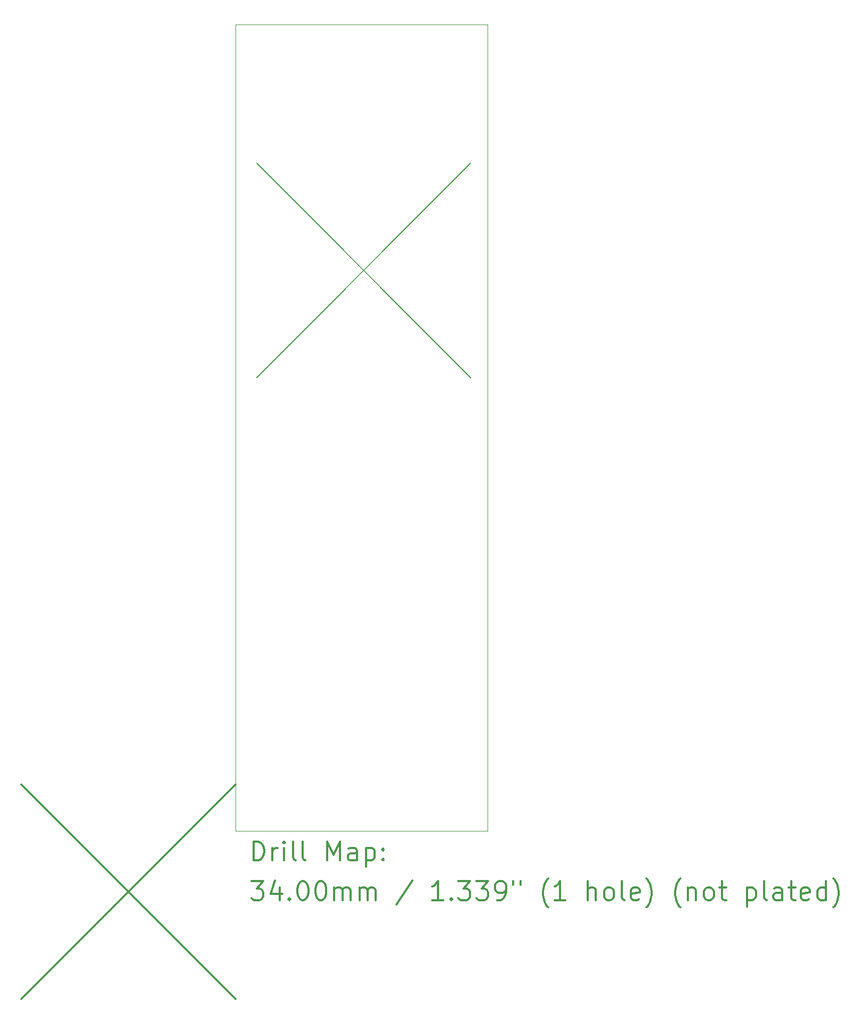
<source format=gbr>
%FSLAX45Y45*%
G04 Gerber Fmt 4.5, Leading zero omitted, Abs format (unit mm)*
G04 Created by KiCad (PCBNEW (5.1.9)-1) date 2021-04-11 23:26:44*
%MOMM*%
%LPD*%
G01*
G04 APERTURE LIST*
%TA.AperFunction,Profile*%
%ADD10C,0.050000*%
%TD*%
%ADD11C,0.200000*%
%ADD12C,0.300000*%
G04 APERTURE END LIST*
D10*
X14000000Y-3600000D02*
X14000000Y-16400000D01*
X10000000Y-3600000D02*
X14000000Y-3600000D01*
X14000000Y-16400000D02*
X10000000Y-16400000D01*
X10000000Y-16400000D02*
X10000000Y-3600000D01*
D11*
X10336000Y-5800000D02*
X13736000Y-9200000D01*
X13736000Y-5800000D02*
X10336000Y-9200000D01*
D12*
X10283928Y-16868214D02*
X10283928Y-16568214D01*
X10355357Y-16568214D01*
X10398214Y-16582500D01*
X10426786Y-16611071D01*
X10441071Y-16639643D01*
X10455357Y-16696786D01*
X10455357Y-16739643D01*
X10441071Y-16796786D01*
X10426786Y-16825357D01*
X10398214Y-16853929D01*
X10355357Y-16868214D01*
X10283928Y-16868214D01*
X10583928Y-16868214D02*
X10583928Y-16668214D01*
X10583928Y-16725357D02*
X10598214Y-16696786D01*
X10612500Y-16682500D01*
X10641071Y-16668214D01*
X10669643Y-16668214D01*
X10769643Y-16868214D02*
X10769643Y-16668214D01*
X10769643Y-16568214D02*
X10755357Y-16582500D01*
X10769643Y-16596786D01*
X10783928Y-16582500D01*
X10769643Y-16568214D01*
X10769643Y-16596786D01*
X10955357Y-16868214D02*
X10926786Y-16853929D01*
X10912500Y-16825357D01*
X10912500Y-16568214D01*
X11112500Y-16868214D02*
X11083928Y-16853929D01*
X11069643Y-16825357D01*
X11069643Y-16568214D01*
X11455357Y-16868214D02*
X11455357Y-16568214D01*
X11555357Y-16782500D01*
X11655357Y-16568214D01*
X11655357Y-16868214D01*
X11926786Y-16868214D02*
X11926786Y-16711071D01*
X11912500Y-16682500D01*
X11883928Y-16668214D01*
X11826786Y-16668214D01*
X11798214Y-16682500D01*
X11926786Y-16853929D02*
X11898214Y-16868214D01*
X11826786Y-16868214D01*
X11798214Y-16853929D01*
X11783928Y-16825357D01*
X11783928Y-16796786D01*
X11798214Y-16768214D01*
X11826786Y-16753929D01*
X11898214Y-16753929D01*
X11926786Y-16739643D01*
X12069643Y-16668214D02*
X12069643Y-16968214D01*
X12069643Y-16682500D02*
X12098214Y-16668214D01*
X12155357Y-16668214D01*
X12183928Y-16682500D01*
X12198214Y-16696786D01*
X12212500Y-16725357D01*
X12212500Y-16811072D01*
X12198214Y-16839643D01*
X12183928Y-16853929D01*
X12155357Y-16868214D01*
X12098214Y-16868214D01*
X12069643Y-16853929D01*
X12341071Y-16839643D02*
X12355357Y-16853929D01*
X12341071Y-16868214D01*
X12326786Y-16853929D01*
X12341071Y-16839643D01*
X12341071Y-16868214D01*
X12341071Y-16682500D02*
X12355357Y-16696786D01*
X12341071Y-16711071D01*
X12326786Y-16696786D01*
X12341071Y-16682500D01*
X12341071Y-16711071D01*
X6597500Y-15662500D02*
X9997500Y-19062500D01*
X9997500Y-15662500D02*
X6597500Y-19062500D01*
X10255357Y-17198214D02*
X10441071Y-17198214D01*
X10341071Y-17312500D01*
X10383928Y-17312500D01*
X10412500Y-17326786D01*
X10426786Y-17341072D01*
X10441071Y-17369643D01*
X10441071Y-17441072D01*
X10426786Y-17469643D01*
X10412500Y-17483929D01*
X10383928Y-17498214D01*
X10298214Y-17498214D01*
X10269643Y-17483929D01*
X10255357Y-17469643D01*
X10698214Y-17298214D02*
X10698214Y-17498214D01*
X10626786Y-17183929D02*
X10555357Y-17398214D01*
X10741071Y-17398214D01*
X10855357Y-17469643D02*
X10869643Y-17483929D01*
X10855357Y-17498214D01*
X10841071Y-17483929D01*
X10855357Y-17469643D01*
X10855357Y-17498214D01*
X11055357Y-17198214D02*
X11083928Y-17198214D01*
X11112500Y-17212500D01*
X11126786Y-17226786D01*
X11141071Y-17255357D01*
X11155357Y-17312500D01*
X11155357Y-17383929D01*
X11141071Y-17441072D01*
X11126786Y-17469643D01*
X11112500Y-17483929D01*
X11083928Y-17498214D01*
X11055357Y-17498214D01*
X11026786Y-17483929D01*
X11012500Y-17469643D01*
X10998214Y-17441072D01*
X10983928Y-17383929D01*
X10983928Y-17312500D01*
X10998214Y-17255357D01*
X11012500Y-17226786D01*
X11026786Y-17212500D01*
X11055357Y-17198214D01*
X11341071Y-17198214D02*
X11369643Y-17198214D01*
X11398214Y-17212500D01*
X11412500Y-17226786D01*
X11426786Y-17255357D01*
X11441071Y-17312500D01*
X11441071Y-17383929D01*
X11426786Y-17441072D01*
X11412500Y-17469643D01*
X11398214Y-17483929D01*
X11369643Y-17498214D01*
X11341071Y-17498214D01*
X11312500Y-17483929D01*
X11298214Y-17469643D01*
X11283928Y-17441072D01*
X11269643Y-17383929D01*
X11269643Y-17312500D01*
X11283928Y-17255357D01*
X11298214Y-17226786D01*
X11312500Y-17212500D01*
X11341071Y-17198214D01*
X11569643Y-17498214D02*
X11569643Y-17298214D01*
X11569643Y-17326786D02*
X11583928Y-17312500D01*
X11612500Y-17298214D01*
X11655357Y-17298214D01*
X11683928Y-17312500D01*
X11698214Y-17341072D01*
X11698214Y-17498214D01*
X11698214Y-17341072D02*
X11712500Y-17312500D01*
X11741071Y-17298214D01*
X11783928Y-17298214D01*
X11812500Y-17312500D01*
X11826786Y-17341072D01*
X11826786Y-17498214D01*
X11969643Y-17498214D02*
X11969643Y-17298214D01*
X11969643Y-17326786D02*
X11983928Y-17312500D01*
X12012500Y-17298214D01*
X12055357Y-17298214D01*
X12083928Y-17312500D01*
X12098214Y-17341072D01*
X12098214Y-17498214D01*
X12098214Y-17341072D02*
X12112500Y-17312500D01*
X12141071Y-17298214D01*
X12183928Y-17298214D01*
X12212500Y-17312500D01*
X12226786Y-17341072D01*
X12226786Y-17498214D01*
X12812500Y-17183929D02*
X12555357Y-17569643D01*
X13298214Y-17498214D02*
X13126786Y-17498214D01*
X13212500Y-17498214D02*
X13212500Y-17198214D01*
X13183928Y-17241072D01*
X13155357Y-17269643D01*
X13126786Y-17283929D01*
X13426786Y-17469643D02*
X13441071Y-17483929D01*
X13426786Y-17498214D01*
X13412500Y-17483929D01*
X13426786Y-17469643D01*
X13426786Y-17498214D01*
X13541071Y-17198214D02*
X13726786Y-17198214D01*
X13626786Y-17312500D01*
X13669643Y-17312500D01*
X13698214Y-17326786D01*
X13712500Y-17341072D01*
X13726786Y-17369643D01*
X13726786Y-17441072D01*
X13712500Y-17469643D01*
X13698214Y-17483929D01*
X13669643Y-17498214D01*
X13583928Y-17498214D01*
X13555357Y-17483929D01*
X13541071Y-17469643D01*
X13826786Y-17198214D02*
X14012500Y-17198214D01*
X13912500Y-17312500D01*
X13955357Y-17312500D01*
X13983928Y-17326786D01*
X13998214Y-17341072D01*
X14012500Y-17369643D01*
X14012500Y-17441072D01*
X13998214Y-17469643D01*
X13983928Y-17483929D01*
X13955357Y-17498214D01*
X13869643Y-17498214D01*
X13841071Y-17483929D01*
X13826786Y-17469643D01*
X14155357Y-17498214D02*
X14212500Y-17498214D01*
X14241071Y-17483929D01*
X14255357Y-17469643D01*
X14283928Y-17426786D01*
X14298214Y-17369643D01*
X14298214Y-17255357D01*
X14283928Y-17226786D01*
X14269643Y-17212500D01*
X14241071Y-17198214D01*
X14183928Y-17198214D01*
X14155357Y-17212500D01*
X14141071Y-17226786D01*
X14126786Y-17255357D01*
X14126786Y-17326786D01*
X14141071Y-17355357D01*
X14155357Y-17369643D01*
X14183928Y-17383929D01*
X14241071Y-17383929D01*
X14269643Y-17369643D01*
X14283928Y-17355357D01*
X14298214Y-17326786D01*
X14412500Y-17198214D02*
X14412500Y-17255357D01*
X14526786Y-17198214D02*
X14526786Y-17255357D01*
X14969643Y-17612500D02*
X14955357Y-17598214D01*
X14926786Y-17555357D01*
X14912500Y-17526786D01*
X14898214Y-17483929D01*
X14883928Y-17412500D01*
X14883928Y-17355357D01*
X14898214Y-17283929D01*
X14912500Y-17241072D01*
X14926786Y-17212500D01*
X14955357Y-17169643D01*
X14969643Y-17155357D01*
X15241071Y-17498214D02*
X15069643Y-17498214D01*
X15155357Y-17498214D02*
X15155357Y-17198214D01*
X15126786Y-17241072D01*
X15098214Y-17269643D01*
X15069643Y-17283929D01*
X15598214Y-17498214D02*
X15598214Y-17198214D01*
X15726786Y-17498214D02*
X15726786Y-17341072D01*
X15712500Y-17312500D01*
X15683928Y-17298214D01*
X15641071Y-17298214D01*
X15612500Y-17312500D01*
X15598214Y-17326786D01*
X15912500Y-17498214D02*
X15883928Y-17483929D01*
X15869643Y-17469643D01*
X15855357Y-17441072D01*
X15855357Y-17355357D01*
X15869643Y-17326786D01*
X15883928Y-17312500D01*
X15912500Y-17298214D01*
X15955357Y-17298214D01*
X15983928Y-17312500D01*
X15998214Y-17326786D01*
X16012500Y-17355357D01*
X16012500Y-17441072D01*
X15998214Y-17469643D01*
X15983928Y-17483929D01*
X15955357Y-17498214D01*
X15912500Y-17498214D01*
X16183928Y-17498214D02*
X16155357Y-17483929D01*
X16141071Y-17455357D01*
X16141071Y-17198214D01*
X16412500Y-17483929D02*
X16383928Y-17498214D01*
X16326786Y-17498214D01*
X16298214Y-17483929D01*
X16283928Y-17455357D01*
X16283928Y-17341072D01*
X16298214Y-17312500D01*
X16326786Y-17298214D01*
X16383928Y-17298214D01*
X16412500Y-17312500D01*
X16426786Y-17341072D01*
X16426786Y-17369643D01*
X16283928Y-17398214D01*
X16526786Y-17612500D02*
X16541071Y-17598214D01*
X16569643Y-17555357D01*
X16583928Y-17526786D01*
X16598214Y-17483929D01*
X16612500Y-17412500D01*
X16612500Y-17355357D01*
X16598214Y-17283929D01*
X16583928Y-17241072D01*
X16569643Y-17212500D01*
X16541071Y-17169643D01*
X16526786Y-17155357D01*
X17069643Y-17612500D02*
X17055357Y-17598214D01*
X17026786Y-17555357D01*
X17012500Y-17526786D01*
X16998214Y-17483929D01*
X16983928Y-17412500D01*
X16983928Y-17355357D01*
X16998214Y-17283929D01*
X17012500Y-17241072D01*
X17026786Y-17212500D01*
X17055357Y-17169643D01*
X17069643Y-17155357D01*
X17183928Y-17298214D02*
X17183928Y-17498214D01*
X17183928Y-17326786D02*
X17198214Y-17312500D01*
X17226786Y-17298214D01*
X17269643Y-17298214D01*
X17298214Y-17312500D01*
X17312500Y-17341072D01*
X17312500Y-17498214D01*
X17498214Y-17498214D02*
X17469643Y-17483929D01*
X17455357Y-17469643D01*
X17441071Y-17441072D01*
X17441071Y-17355357D01*
X17455357Y-17326786D01*
X17469643Y-17312500D01*
X17498214Y-17298214D01*
X17541071Y-17298214D01*
X17569643Y-17312500D01*
X17583928Y-17326786D01*
X17598214Y-17355357D01*
X17598214Y-17441072D01*
X17583928Y-17469643D01*
X17569643Y-17483929D01*
X17541071Y-17498214D01*
X17498214Y-17498214D01*
X17683928Y-17298214D02*
X17798214Y-17298214D01*
X17726786Y-17198214D02*
X17726786Y-17455357D01*
X17741071Y-17483929D01*
X17769643Y-17498214D01*
X17798214Y-17498214D01*
X18126786Y-17298214D02*
X18126786Y-17598214D01*
X18126786Y-17312500D02*
X18155357Y-17298214D01*
X18212500Y-17298214D01*
X18241071Y-17312500D01*
X18255357Y-17326786D01*
X18269643Y-17355357D01*
X18269643Y-17441072D01*
X18255357Y-17469643D01*
X18241071Y-17483929D01*
X18212500Y-17498214D01*
X18155357Y-17498214D01*
X18126786Y-17483929D01*
X18441071Y-17498214D02*
X18412500Y-17483929D01*
X18398214Y-17455357D01*
X18398214Y-17198214D01*
X18683928Y-17498214D02*
X18683928Y-17341072D01*
X18669643Y-17312500D01*
X18641071Y-17298214D01*
X18583928Y-17298214D01*
X18555357Y-17312500D01*
X18683928Y-17483929D02*
X18655357Y-17498214D01*
X18583928Y-17498214D01*
X18555357Y-17483929D01*
X18541071Y-17455357D01*
X18541071Y-17426786D01*
X18555357Y-17398214D01*
X18583928Y-17383929D01*
X18655357Y-17383929D01*
X18683928Y-17369643D01*
X18783928Y-17298214D02*
X18898214Y-17298214D01*
X18826786Y-17198214D02*
X18826786Y-17455357D01*
X18841071Y-17483929D01*
X18869643Y-17498214D01*
X18898214Y-17498214D01*
X19112500Y-17483929D02*
X19083928Y-17498214D01*
X19026786Y-17498214D01*
X18998214Y-17483929D01*
X18983928Y-17455357D01*
X18983928Y-17341072D01*
X18998214Y-17312500D01*
X19026786Y-17298214D01*
X19083928Y-17298214D01*
X19112500Y-17312500D01*
X19126786Y-17341072D01*
X19126786Y-17369643D01*
X18983928Y-17398214D01*
X19383928Y-17498214D02*
X19383928Y-17198214D01*
X19383928Y-17483929D02*
X19355357Y-17498214D01*
X19298214Y-17498214D01*
X19269643Y-17483929D01*
X19255357Y-17469643D01*
X19241071Y-17441072D01*
X19241071Y-17355357D01*
X19255357Y-17326786D01*
X19269643Y-17312500D01*
X19298214Y-17298214D01*
X19355357Y-17298214D01*
X19383928Y-17312500D01*
X19498214Y-17612500D02*
X19512500Y-17598214D01*
X19541071Y-17555357D01*
X19555357Y-17526786D01*
X19569643Y-17483929D01*
X19583928Y-17412500D01*
X19583928Y-17355357D01*
X19569643Y-17283929D01*
X19555357Y-17241072D01*
X19541071Y-17212500D01*
X19512500Y-17169643D01*
X19498214Y-17155357D01*
M02*

</source>
